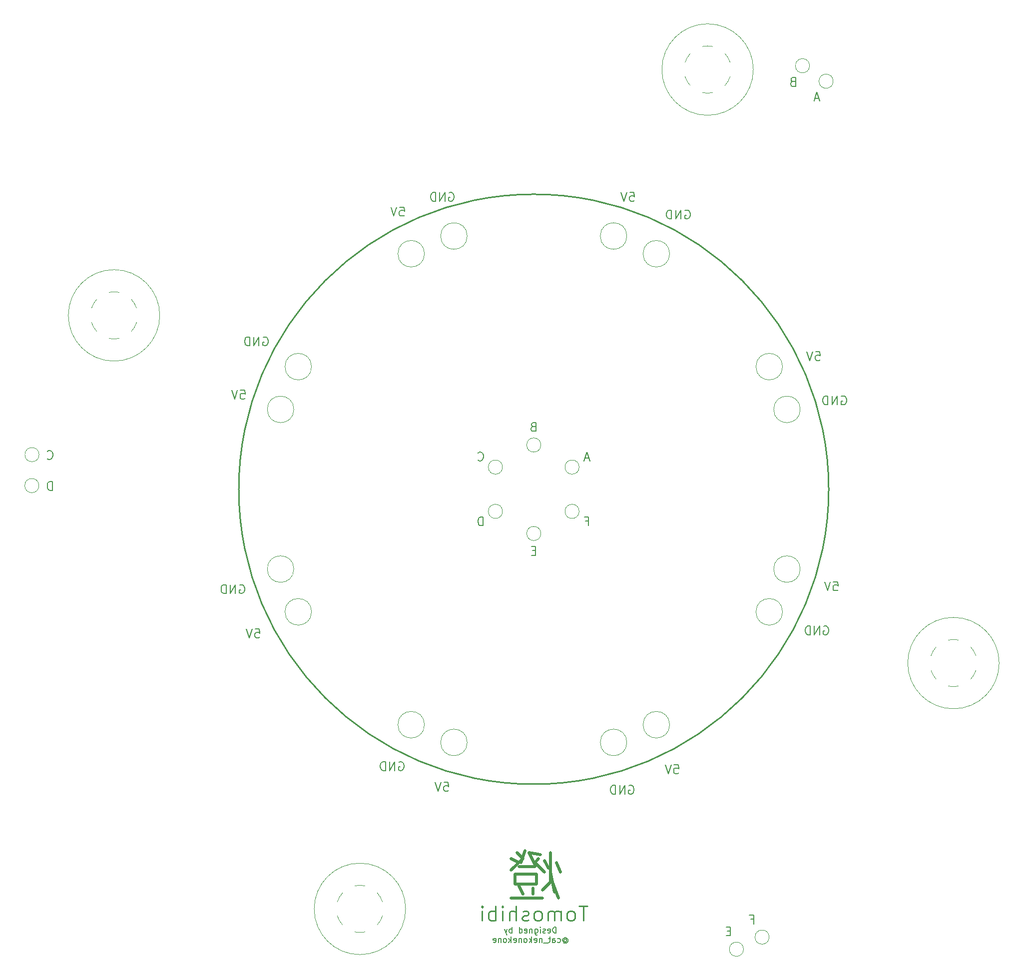
<source format=gbr>
%TF.GenerationSoftware,KiCad,Pcbnew,7.0.11*%
%TF.CreationDate,2025-04-08T01:22:05+09:00*%
%TF.ProjectId,Panel,50616e65-6c2e-46b6-9963-61645f706362,rev?*%
%TF.SameCoordinates,Original*%
%TF.FileFunction,Legend,Bot*%
%TF.FilePolarity,Positive*%
%FSLAX46Y46*%
G04 Gerber Fmt 4.6, Leading zero omitted, Abs format (unit mm)*
G04 Created by KiCad (PCBNEW 7.0.11) date 2025-04-08 01:22:05*
%MOMM*%
%LPD*%
G01*
G04 APERTURE LIST*
%ADD10C,0.200000*%
%ADD11C,0.250000*%
%ADD12C,0.270000*%
%ADD13C,0.470000*%
%ADD14C,0.130000*%
%ADD15C,0.120000*%
%ADD16C,0.100000*%
%ADD17C,4.000000*%
%ADD18C,2.000000*%
G04 APERTURE END LIST*
D10*
X114785713Y-154683528D02*
X115499999Y-154683528D01*
X115499999Y-154683528D02*
X115571427Y-155397814D01*
X115571427Y-155397814D02*
X115499999Y-155326385D01*
X115499999Y-155326385D02*
X115357142Y-155254957D01*
X115357142Y-155254957D02*
X114999999Y-155254957D01*
X114999999Y-155254957D02*
X114857142Y-155326385D01*
X114857142Y-155326385D02*
X114785713Y-155397814D01*
X114785713Y-155397814D02*
X114714284Y-155540671D01*
X114714284Y-155540671D02*
X114714284Y-155897814D01*
X114714284Y-155897814D02*
X114785713Y-156040671D01*
X114785713Y-156040671D02*
X114857142Y-156112100D01*
X114857142Y-156112100D02*
X114999999Y-156183528D01*
X114999999Y-156183528D02*
X115357142Y-156183528D01*
X115357142Y-156183528D02*
X115499999Y-156112100D01*
X115499999Y-156112100D02*
X115571427Y-156040671D01*
X114285713Y-154683528D02*
X113785713Y-156183528D01*
X113785713Y-156183528D02*
X113285713Y-154683528D01*
X107142856Y-151254957D02*
X107285714Y-151183528D01*
X107285714Y-151183528D02*
X107499999Y-151183528D01*
X107499999Y-151183528D02*
X107714285Y-151254957D01*
X107714285Y-151254957D02*
X107857142Y-151397814D01*
X107857142Y-151397814D02*
X107928571Y-151540671D01*
X107928571Y-151540671D02*
X107999999Y-151826385D01*
X107999999Y-151826385D02*
X107999999Y-152040671D01*
X107999999Y-152040671D02*
X107928571Y-152326385D01*
X107928571Y-152326385D02*
X107857142Y-152469242D01*
X107857142Y-152469242D02*
X107714285Y-152612100D01*
X107714285Y-152612100D02*
X107499999Y-152683528D01*
X107499999Y-152683528D02*
X107357142Y-152683528D01*
X107357142Y-152683528D02*
X107142856Y-152612100D01*
X107142856Y-152612100D02*
X107071428Y-152540671D01*
X107071428Y-152540671D02*
X107071428Y-152040671D01*
X107071428Y-152040671D02*
X107357142Y-152040671D01*
X106428571Y-152683528D02*
X106428571Y-151183528D01*
X106428571Y-151183528D02*
X105571428Y-152683528D01*
X105571428Y-152683528D02*
X105571428Y-151183528D01*
X104857142Y-152683528D02*
X104857142Y-151183528D01*
X104857142Y-151183528D02*
X104499999Y-151183528D01*
X104499999Y-151183528D02*
X104285713Y-151254957D01*
X104285713Y-151254957D02*
X104142856Y-151397814D01*
X104142856Y-151397814D02*
X104071427Y-151540671D01*
X104071427Y-151540671D02*
X103999999Y-151826385D01*
X103999999Y-151826385D02*
X103999999Y-152040671D01*
X103999999Y-152040671D02*
X104071427Y-152326385D01*
X104071427Y-152326385D02*
X104142856Y-152469242D01*
X104142856Y-152469242D02*
X104285713Y-152612100D01*
X104285713Y-152612100D02*
X104499999Y-152683528D01*
X104499999Y-152683528D02*
X104857142Y-152683528D01*
X82785713Y-128683528D02*
X83499999Y-128683528D01*
X83499999Y-128683528D02*
X83571427Y-129397814D01*
X83571427Y-129397814D02*
X83499999Y-129326385D01*
X83499999Y-129326385D02*
X83357142Y-129254957D01*
X83357142Y-129254957D02*
X82999999Y-129254957D01*
X82999999Y-129254957D02*
X82857142Y-129326385D01*
X82857142Y-129326385D02*
X82785713Y-129397814D01*
X82785713Y-129397814D02*
X82714284Y-129540671D01*
X82714284Y-129540671D02*
X82714284Y-129897814D01*
X82714284Y-129897814D02*
X82785713Y-130040671D01*
X82785713Y-130040671D02*
X82857142Y-130112100D01*
X82857142Y-130112100D02*
X82999999Y-130183528D01*
X82999999Y-130183528D02*
X83357142Y-130183528D01*
X83357142Y-130183528D02*
X83499999Y-130112100D01*
X83499999Y-130112100D02*
X83571427Y-130040671D01*
X82285713Y-128683528D02*
X81785713Y-130183528D01*
X81785713Y-130183528D02*
X81285713Y-128683528D01*
X80142856Y-121254957D02*
X80285714Y-121183528D01*
X80285714Y-121183528D02*
X80499999Y-121183528D01*
X80499999Y-121183528D02*
X80714285Y-121254957D01*
X80714285Y-121254957D02*
X80857142Y-121397814D01*
X80857142Y-121397814D02*
X80928571Y-121540671D01*
X80928571Y-121540671D02*
X80999999Y-121826385D01*
X80999999Y-121826385D02*
X80999999Y-122040671D01*
X80999999Y-122040671D02*
X80928571Y-122326385D01*
X80928571Y-122326385D02*
X80857142Y-122469242D01*
X80857142Y-122469242D02*
X80714285Y-122612100D01*
X80714285Y-122612100D02*
X80499999Y-122683528D01*
X80499999Y-122683528D02*
X80357142Y-122683528D01*
X80357142Y-122683528D02*
X80142856Y-122612100D01*
X80142856Y-122612100D02*
X80071428Y-122540671D01*
X80071428Y-122540671D02*
X80071428Y-122040671D01*
X80071428Y-122040671D02*
X80357142Y-122040671D01*
X79428571Y-122683528D02*
X79428571Y-121183528D01*
X79428571Y-121183528D02*
X78571428Y-122683528D01*
X78571428Y-122683528D02*
X78571428Y-121183528D01*
X77857142Y-122683528D02*
X77857142Y-121183528D01*
X77857142Y-121183528D02*
X77499999Y-121183528D01*
X77499999Y-121183528D02*
X77285713Y-121254957D01*
X77285713Y-121254957D02*
X77142856Y-121397814D01*
X77142856Y-121397814D02*
X77071427Y-121540671D01*
X77071427Y-121540671D02*
X76999999Y-121826385D01*
X76999999Y-121826385D02*
X76999999Y-122040671D01*
X76999999Y-122040671D02*
X77071427Y-122326385D01*
X77071427Y-122326385D02*
X77142856Y-122469242D01*
X77142856Y-122469242D02*
X77285713Y-122612100D01*
X77285713Y-122612100D02*
X77499999Y-122683528D01*
X77499999Y-122683528D02*
X77857142Y-122683528D01*
X153785713Y-151683528D02*
X154499999Y-151683528D01*
X154499999Y-151683528D02*
X154571427Y-152397814D01*
X154571427Y-152397814D02*
X154499999Y-152326385D01*
X154499999Y-152326385D02*
X154357142Y-152254957D01*
X154357142Y-152254957D02*
X153999999Y-152254957D01*
X153999999Y-152254957D02*
X153857142Y-152326385D01*
X153857142Y-152326385D02*
X153785713Y-152397814D01*
X153785713Y-152397814D02*
X153714284Y-152540671D01*
X153714284Y-152540671D02*
X153714284Y-152897814D01*
X153714284Y-152897814D02*
X153785713Y-153040671D01*
X153785713Y-153040671D02*
X153857142Y-153112100D01*
X153857142Y-153112100D02*
X153999999Y-153183528D01*
X153999999Y-153183528D02*
X154357142Y-153183528D01*
X154357142Y-153183528D02*
X154499999Y-153112100D01*
X154499999Y-153112100D02*
X154571427Y-153040671D01*
X153285713Y-151683528D02*
X152785713Y-153183528D01*
X152785713Y-153183528D02*
X152285713Y-151683528D01*
X146142856Y-155254957D02*
X146285714Y-155183528D01*
X146285714Y-155183528D02*
X146499999Y-155183528D01*
X146499999Y-155183528D02*
X146714285Y-155254957D01*
X146714285Y-155254957D02*
X146857142Y-155397814D01*
X146857142Y-155397814D02*
X146928571Y-155540671D01*
X146928571Y-155540671D02*
X146999999Y-155826385D01*
X146999999Y-155826385D02*
X146999999Y-156040671D01*
X146999999Y-156040671D02*
X146928571Y-156326385D01*
X146928571Y-156326385D02*
X146857142Y-156469242D01*
X146857142Y-156469242D02*
X146714285Y-156612100D01*
X146714285Y-156612100D02*
X146499999Y-156683528D01*
X146499999Y-156683528D02*
X146357142Y-156683528D01*
X146357142Y-156683528D02*
X146142856Y-156612100D01*
X146142856Y-156612100D02*
X146071428Y-156540671D01*
X146071428Y-156540671D02*
X146071428Y-156040671D01*
X146071428Y-156040671D02*
X146357142Y-156040671D01*
X145428571Y-156683528D02*
X145428571Y-155183528D01*
X145428571Y-155183528D02*
X144571428Y-156683528D01*
X144571428Y-156683528D02*
X144571428Y-155183528D01*
X143857142Y-156683528D02*
X143857142Y-155183528D01*
X143857142Y-155183528D02*
X143499999Y-155183528D01*
X143499999Y-155183528D02*
X143285713Y-155254957D01*
X143285713Y-155254957D02*
X143142856Y-155397814D01*
X143142856Y-155397814D02*
X143071427Y-155540671D01*
X143071427Y-155540671D02*
X142999999Y-155826385D01*
X142999999Y-155826385D02*
X142999999Y-156040671D01*
X142999999Y-156040671D02*
X143071427Y-156326385D01*
X143071427Y-156326385D02*
X143142856Y-156469242D01*
X143142856Y-156469242D02*
X143285713Y-156612100D01*
X143285713Y-156612100D02*
X143499999Y-156683528D01*
X143499999Y-156683528D02*
X143857142Y-156683528D01*
X180785713Y-120683528D02*
X181499999Y-120683528D01*
X181499999Y-120683528D02*
X181571427Y-121397814D01*
X181571427Y-121397814D02*
X181499999Y-121326385D01*
X181499999Y-121326385D02*
X181357142Y-121254957D01*
X181357142Y-121254957D02*
X180999999Y-121254957D01*
X180999999Y-121254957D02*
X180857142Y-121326385D01*
X180857142Y-121326385D02*
X180785713Y-121397814D01*
X180785713Y-121397814D02*
X180714284Y-121540671D01*
X180714284Y-121540671D02*
X180714284Y-121897814D01*
X180714284Y-121897814D02*
X180785713Y-122040671D01*
X180785713Y-122040671D02*
X180857142Y-122112100D01*
X180857142Y-122112100D02*
X180999999Y-122183528D01*
X180999999Y-122183528D02*
X181357142Y-122183528D01*
X181357142Y-122183528D02*
X181499999Y-122112100D01*
X181499999Y-122112100D02*
X181571427Y-122040671D01*
X180285713Y-120683528D02*
X179785713Y-122183528D01*
X179785713Y-122183528D02*
X179285713Y-120683528D01*
X179142856Y-128254957D02*
X179285714Y-128183528D01*
X179285714Y-128183528D02*
X179499999Y-128183528D01*
X179499999Y-128183528D02*
X179714285Y-128254957D01*
X179714285Y-128254957D02*
X179857142Y-128397814D01*
X179857142Y-128397814D02*
X179928571Y-128540671D01*
X179928571Y-128540671D02*
X179999999Y-128826385D01*
X179999999Y-128826385D02*
X179999999Y-129040671D01*
X179999999Y-129040671D02*
X179928571Y-129326385D01*
X179928571Y-129326385D02*
X179857142Y-129469242D01*
X179857142Y-129469242D02*
X179714285Y-129612100D01*
X179714285Y-129612100D02*
X179499999Y-129683528D01*
X179499999Y-129683528D02*
X179357142Y-129683528D01*
X179357142Y-129683528D02*
X179142856Y-129612100D01*
X179142856Y-129612100D02*
X179071428Y-129540671D01*
X179071428Y-129540671D02*
X179071428Y-129040671D01*
X179071428Y-129040671D02*
X179357142Y-129040671D01*
X178428571Y-129683528D02*
X178428571Y-128183528D01*
X178428571Y-128183528D02*
X177571428Y-129683528D01*
X177571428Y-129683528D02*
X177571428Y-128183528D01*
X176857142Y-129683528D02*
X176857142Y-128183528D01*
X176857142Y-128183528D02*
X176499999Y-128183528D01*
X176499999Y-128183528D02*
X176285713Y-128254957D01*
X176285713Y-128254957D02*
X176142856Y-128397814D01*
X176142856Y-128397814D02*
X176071427Y-128540671D01*
X176071427Y-128540671D02*
X175999999Y-128826385D01*
X175999999Y-128826385D02*
X175999999Y-129040671D01*
X175999999Y-129040671D02*
X176071427Y-129326385D01*
X176071427Y-129326385D02*
X176142856Y-129469242D01*
X176142856Y-129469242D02*
X176285713Y-129612100D01*
X176285713Y-129612100D02*
X176499999Y-129683528D01*
X176499999Y-129683528D02*
X176857142Y-129683528D01*
X146285713Y-54683528D02*
X146999999Y-54683528D01*
X146999999Y-54683528D02*
X147071427Y-55397814D01*
X147071427Y-55397814D02*
X146999999Y-55326385D01*
X146999999Y-55326385D02*
X146857142Y-55254957D01*
X146857142Y-55254957D02*
X146499999Y-55254957D01*
X146499999Y-55254957D02*
X146357142Y-55326385D01*
X146357142Y-55326385D02*
X146285713Y-55397814D01*
X146285713Y-55397814D02*
X146214284Y-55540671D01*
X146214284Y-55540671D02*
X146214284Y-55897814D01*
X146214284Y-55897814D02*
X146285713Y-56040671D01*
X146285713Y-56040671D02*
X146357142Y-56112100D01*
X146357142Y-56112100D02*
X146499999Y-56183528D01*
X146499999Y-56183528D02*
X146857142Y-56183528D01*
X146857142Y-56183528D02*
X146999999Y-56112100D01*
X146999999Y-56112100D02*
X147071427Y-56040671D01*
X145785713Y-54683528D02*
X145285713Y-56183528D01*
X145285713Y-56183528D02*
X144785713Y-54683528D01*
X155642856Y-57754957D02*
X155785714Y-57683528D01*
X155785714Y-57683528D02*
X155999999Y-57683528D01*
X155999999Y-57683528D02*
X156214285Y-57754957D01*
X156214285Y-57754957D02*
X156357142Y-57897814D01*
X156357142Y-57897814D02*
X156428571Y-58040671D01*
X156428571Y-58040671D02*
X156499999Y-58326385D01*
X156499999Y-58326385D02*
X156499999Y-58540671D01*
X156499999Y-58540671D02*
X156428571Y-58826385D01*
X156428571Y-58826385D02*
X156357142Y-58969242D01*
X156357142Y-58969242D02*
X156214285Y-59112100D01*
X156214285Y-59112100D02*
X155999999Y-59183528D01*
X155999999Y-59183528D02*
X155857142Y-59183528D01*
X155857142Y-59183528D02*
X155642856Y-59112100D01*
X155642856Y-59112100D02*
X155571428Y-59040671D01*
X155571428Y-59040671D02*
X155571428Y-58540671D01*
X155571428Y-58540671D02*
X155857142Y-58540671D01*
X154928571Y-59183528D02*
X154928571Y-57683528D01*
X154928571Y-57683528D02*
X154071428Y-59183528D01*
X154071428Y-59183528D02*
X154071428Y-57683528D01*
X153357142Y-59183528D02*
X153357142Y-57683528D01*
X153357142Y-57683528D02*
X152999999Y-57683528D01*
X152999999Y-57683528D02*
X152785713Y-57754957D01*
X152785713Y-57754957D02*
X152642856Y-57897814D01*
X152642856Y-57897814D02*
X152571427Y-58040671D01*
X152571427Y-58040671D02*
X152499999Y-58326385D01*
X152499999Y-58326385D02*
X152499999Y-58540671D01*
X152499999Y-58540671D02*
X152571427Y-58826385D01*
X152571427Y-58826385D02*
X152642856Y-58969242D01*
X152642856Y-58969242D02*
X152785713Y-59112100D01*
X152785713Y-59112100D02*
X152999999Y-59183528D01*
X152999999Y-59183528D02*
X153357142Y-59183528D01*
X107285713Y-57183528D02*
X107999999Y-57183528D01*
X107999999Y-57183528D02*
X108071427Y-57897814D01*
X108071427Y-57897814D02*
X107999999Y-57826385D01*
X107999999Y-57826385D02*
X107857142Y-57754957D01*
X107857142Y-57754957D02*
X107499999Y-57754957D01*
X107499999Y-57754957D02*
X107357142Y-57826385D01*
X107357142Y-57826385D02*
X107285713Y-57897814D01*
X107285713Y-57897814D02*
X107214284Y-58040671D01*
X107214284Y-58040671D02*
X107214284Y-58397814D01*
X107214284Y-58397814D02*
X107285713Y-58540671D01*
X107285713Y-58540671D02*
X107357142Y-58612100D01*
X107357142Y-58612100D02*
X107499999Y-58683528D01*
X107499999Y-58683528D02*
X107857142Y-58683528D01*
X107857142Y-58683528D02*
X107999999Y-58612100D01*
X107999999Y-58612100D02*
X108071427Y-58540671D01*
X106785713Y-57183528D02*
X106285713Y-58683528D01*
X106285713Y-58683528D02*
X105785713Y-57183528D01*
X115642856Y-54754957D02*
X115785714Y-54683528D01*
X115785714Y-54683528D02*
X115999999Y-54683528D01*
X115999999Y-54683528D02*
X116214285Y-54754957D01*
X116214285Y-54754957D02*
X116357142Y-54897814D01*
X116357142Y-54897814D02*
X116428571Y-55040671D01*
X116428571Y-55040671D02*
X116499999Y-55326385D01*
X116499999Y-55326385D02*
X116499999Y-55540671D01*
X116499999Y-55540671D02*
X116428571Y-55826385D01*
X116428571Y-55826385D02*
X116357142Y-55969242D01*
X116357142Y-55969242D02*
X116214285Y-56112100D01*
X116214285Y-56112100D02*
X115999999Y-56183528D01*
X115999999Y-56183528D02*
X115857142Y-56183528D01*
X115857142Y-56183528D02*
X115642856Y-56112100D01*
X115642856Y-56112100D02*
X115571428Y-56040671D01*
X115571428Y-56040671D02*
X115571428Y-55540671D01*
X115571428Y-55540671D02*
X115857142Y-55540671D01*
X114928571Y-56183528D02*
X114928571Y-54683528D01*
X114928571Y-54683528D02*
X114071428Y-56183528D01*
X114071428Y-56183528D02*
X114071428Y-54683528D01*
X113357142Y-56183528D02*
X113357142Y-54683528D01*
X113357142Y-54683528D02*
X112999999Y-54683528D01*
X112999999Y-54683528D02*
X112785713Y-54754957D01*
X112785713Y-54754957D02*
X112642856Y-54897814D01*
X112642856Y-54897814D02*
X112571427Y-55040671D01*
X112571427Y-55040671D02*
X112499999Y-55326385D01*
X112499999Y-55326385D02*
X112499999Y-55540671D01*
X112499999Y-55540671D02*
X112571427Y-55826385D01*
X112571427Y-55826385D02*
X112642856Y-55969242D01*
X112642856Y-55969242D02*
X112785713Y-56112100D01*
X112785713Y-56112100D02*
X112999999Y-56183528D01*
X112999999Y-56183528D02*
X113357142Y-56183528D01*
X80285713Y-88183528D02*
X80999999Y-88183528D01*
X80999999Y-88183528D02*
X81071427Y-88897814D01*
X81071427Y-88897814D02*
X80999999Y-88826385D01*
X80999999Y-88826385D02*
X80857142Y-88754957D01*
X80857142Y-88754957D02*
X80499999Y-88754957D01*
X80499999Y-88754957D02*
X80357142Y-88826385D01*
X80357142Y-88826385D02*
X80285713Y-88897814D01*
X80285713Y-88897814D02*
X80214284Y-89040671D01*
X80214284Y-89040671D02*
X80214284Y-89397814D01*
X80214284Y-89397814D02*
X80285713Y-89540671D01*
X80285713Y-89540671D02*
X80357142Y-89612100D01*
X80357142Y-89612100D02*
X80499999Y-89683528D01*
X80499999Y-89683528D02*
X80857142Y-89683528D01*
X80857142Y-89683528D02*
X80999999Y-89612100D01*
X80999999Y-89612100D02*
X81071427Y-89540671D01*
X79785713Y-88183528D02*
X79285713Y-89683528D01*
X79285713Y-89683528D02*
X78785713Y-88183528D01*
X84142856Y-79254957D02*
X84285714Y-79183528D01*
X84285714Y-79183528D02*
X84499999Y-79183528D01*
X84499999Y-79183528D02*
X84714285Y-79254957D01*
X84714285Y-79254957D02*
X84857142Y-79397814D01*
X84857142Y-79397814D02*
X84928571Y-79540671D01*
X84928571Y-79540671D02*
X84999999Y-79826385D01*
X84999999Y-79826385D02*
X84999999Y-80040671D01*
X84999999Y-80040671D02*
X84928571Y-80326385D01*
X84928571Y-80326385D02*
X84857142Y-80469242D01*
X84857142Y-80469242D02*
X84714285Y-80612100D01*
X84714285Y-80612100D02*
X84499999Y-80683528D01*
X84499999Y-80683528D02*
X84357142Y-80683528D01*
X84357142Y-80683528D02*
X84142856Y-80612100D01*
X84142856Y-80612100D02*
X84071428Y-80540671D01*
X84071428Y-80540671D02*
X84071428Y-80040671D01*
X84071428Y-80040671D02*
X84357142Y-80040671D01*
X83428571Y-80683528D02*
X83428571Y-79183528D01*
X83428571Y-79183528D02*
X82571428Y-80683528D01*
X82571428Y-80683528D02*
X82571428Y-79183528D01*
X81857142Y-80683528D02*
X81857142Y-79183528D01*
X81857142Y-79183528D02*
X81499999Y-79183528D01*
X81499999Y-79183528D02*
X81285713Y-79254957D01*
X81285713Y-79254957D02*
X81142856Y-79397814D01*
X81142856Y-79397814D02*
X81071427Y-79540671D01*
X81071427Y-79540671D02*
X80999999Y-79826385D01*
X80999999Y-79826385D02*
X80999999Y-80040671D01*
X80999999Y-80040671D02*
X81071427Y-80326385D01*
X81071427Y-80326385D02*
X81142856Y-80469242D01*
X81142856Y-80469242D02*
X81285713Y-80612100D01*
X81285713Y-80612100D02*
X81499999Y-80683528D01*
X81499999Y-80683528D02*
X81857142Y-80683528D01*
D11*
X180000000Y-105000000D02*
G75*
G03*
X80000000Y-105000000I-50000000J0D01*
G01*
X80000000Y-105000000D02*
G75*
G03*
X180000000Y-105000000I50000000J0D01*
G01*
D10*
X177785713Y-81683528D02*
X178499999Y-81683528D01*
X178499999Y-81683528D02*
X178571427Y-82397814D01*
X178571427Y-82397814D02*
X178499999Y-82326385D01*
X178499999Y-82326385D02*
X178357142Y-82254957D01*
X178357142Y-82254957D02*
X177999999Y-82254957D01*
X177999999Y-82254957D02*
X177857142Y-82326385D01*
X177857142Y-82326385D02*
X177785713Y-82397814D01*
X177785713Y-82397814D02*
X177714284Y-82540671D01*
X177714284Y-82540671D02*
X177714284Y-82897814D01*
X177714284Y-82897814D02*
X177785713Y-83040671D01*
X177785713Y-83040671D02*
X177857142Y-83112100D01*
X177857142Y-83112100D02*
X177999999Y-83183528D01*
X177999999Y-83183528D02*
X178357142Y-83183528D01*
X178357142Y-83183528D02*
X178499999Y-83112100D01*
X178499999Y-83112100D02*
X178571427Y-83040671D01*
X177285713Y-81683528D02*
X176785713Y-83183528D01*
X176785713Y-83183528D02*
X176285713Y-81683528D01*
X47535714Y-99790671D02*
X47607142Y-99862100D01*
X47607142Y-99862100D02*
X47821428Y-99933528D01*
X47821428Y-99933528D02*
X47964285Y-99933528D01*
X47964285Y-99933528D02*
X48178571Y-99862100D01*
X48178571Y-99862100D02*
X48321428Y-99719242D01*
X48321428Y-99719242D02*
X48392857Y-99576385D01*
X48392857Y-99576385D02*
X48464285Y-99290671D01*
X48464285Y-99290671D02*
X48464285Y-99076385D01*
X48464285Y-99076385D02*
X48392857Y-98790671D01*
X48392857Y-98790671D02*
X48321428Y-98647814D01*
X48321428Y-98647814D02*
X48178571Y-98504957D01*
X48178571Y-98504957D02*
X47964285Y-98433528D01*
X47964285Y-98433528D02*
X47821428Y-98433528D01*
X47821428Y-98433528D02*
X47607142Y-98504957D01*
X47607142Y-98504957D02*
X47535714Y-98576385D01*
X182142856Y-89254957D02*
X182285714Y-89183528D01*
X182285714Y-89183528D02*
X182499999Y-89183528D01*
X182499999Y-89183528D02*
X182714285Y-89254957D01*
X182714285Y-89254957D02*
X182857142Y-89397814D01*
X182857142Y-89397814D02*
X182928571Y-89540671D01*
X182928571Y-89540671D02*
X182999999Y-89826385D01*
X182999999Y-89826385D02*
X182999999Y-90040671D01*
X182999999Y-90040671D02*
X182928571Y-90326385D01*
X182928571Y-90326385D02*
X182857142Y-90469242D01*
X182857142Y-90469242D02*
X182714285Y-90612100D01*
X182714285Y-90612100D02*
X182499999Y-90683528D01*
X182499999Y-90683528D02*
X182357142Y-90683528D01*
X182357142Y-90683528D02*
X182142856Y-90612100D01*
X182142856Y-90612100D02*
X182071428Y-90540671D01*
X182071428Y-90540671D02*
X182071428Y-90040671D01*
X182071428Y-90040671D02*
X182357142Y-90040671D01*
X181428571Y-90683528D02*
X181428571Y-89183528D01*
X181428571Y-89183528D02*
X180571428Y-90683528D01*
X180571428Y-90683528D02*
X180571428Y-89183528D01*
X179857142Y-90683528D02*
X179857142Y-89183528D01*
X179857142Y-89183528D02*
X179499999Y-89183528D01*
X179499999Y-89183528D02*
X179285713Y-89254957D01*
X179285713Y-89254957D02*
X179142856Y-89397814D01*
X179142856Y-89397814D02*
X179071427Y-89540671D01*
X179071427Y-89540671D02*
X178999999Y-89826385D01*
X178999999Y-89826385D02*
X178999999Y-90040671D01*
X178999999Y-90040671D02*
X179071427Y-90326385D01*
X179071427Y-90326385D02*
X179142856Y-90469242D01*
X179142856Y-90469242D02*
X179285713Y-90612100D01*
X179285713Y-90612100D02*
X179499999Y-90683528D01*
X179499999Y-90683528D02*
X179857142Y-90683528D01*
D12*
X139107142Y-175642507D02*
X137678571Y-175642507D01*
X138392857Y-178142507D02*
X138392857Y-175642507D01*
X136488095Y-178142507D02*
X136726190Y-178023460D01*
X136726190Y-178023460D02*
X136845237Y-177904412D01*
X136845237Y-177904412D02*
X136964285Y-177666317D01*
X136964285Y-177666317D02*
X136964285Y-176952031D01*
X136964285Y-176952031D02*
X136845237Y-176713936D01*
X136845237Y-176713936D02*
X136726190Y-176594888D01*
X136726190Y-176594888D02*
X136488095Y-176475840D01*
X136488095Y-176475840D02*
X136130952Y-176475840D01*
X136130952Y-176475840D02*
X135892856Y-176594888D01*
X135892856Y-176594888D02*
X135773809Y-176713936D01*
X135773809Y-176713936D02*
X135654761Y-176952031D01*
X135654761Y-176952031D02*
X135654761Y-177666317D01*
X135654761Y-177666317D02*
X135773809Y-177904412D01*
X135773809Y-177904412D02*
X135892856Y-178023460D01*
X135892856Y-178023460D02*
X136130952Y-178142507D01*
X136130952Y-178142507D02*
X136488095Y-178142507D01*
X134583332Y-178142507D02*
X134583332Y-176475840D01*
X134583332Y-176713936D02*
X134464285Y-176594888D01*
X134464285Y-176594888D02*
X134226190Y-176475840D01*
X134226190Y-176475840D02*
X133869047Y-176475840D01*
X133869047Y-176475840D02*
X133630951Y-176594888D01*
X133630951Y-176594888D02*
X133511904Y-176832983D01*
X133511904Y-176832983D02*
X133511904Y-178142507D01*
X133511904Y-176832983D02*
X133392856Y-176594888D01*
X133392856Y-176594888D02*
X133154761Y-176475840D01*
X133154761Y-176475840D02*
X132797618Y-176475840D01*
X132797618Y-176475840D02*
X132559523Y-176594888D01*
X132559523Y-176594888D02*
X132440475Y-176832983D01*
X132440475Y-176832983D02*
X132440475Y-178142507D01*
X130892857Y-178142507D02*
X131130952Y-178023460D01*
X131130952Y-178023460D02*
X131249999Y-177904412D01*
X131249999Y-177904412D02*
X131369047Y-177666317D01*
X131369047Y-177666317D02*
X131369047Y-176952031D01*
X131369047Y-176952031D02*
X131249999Y-176713936D01*
X131249999Y-176713936D02*
X131130952Y-176594888D01*
X131130952Y-176594888D02*
X130892857Y-176475840D01*
X130892857Y-176475840D02*
X130535714Y-176475840D01*
X130535714Y-176475840D02*
X130297618Y-176594888D01*
X130297618Y-176594888D02*
X130178571Y-176713936D01*
X130178571Y-176713936D02*
X130059523Y-176952031D01*
X130059523Y-176952031D02*
X130059523Y-177666317D01*
X130059523Y-177666317D02*
X130178571Y-177904412D01*
X130178571Y-177904412D02*
X130297618Y-178023460D01*
X130297618Y-178023460D02*
X130535714Y-178142507D01*
X130535714Y-178142507D02*
X130892857Y-178142507D01*
X129107142Y-178023460D02*
X128869047Y-178142507D01*
X128869047Y-178142507D02*
X128392856Y-178142507D01*
X128392856Y-178142507D02*
X128154761Y-178023460D01*
X128154761Y-178023460D02*
X128035713Y-177785364D01*
X128035713Y-177785364D02*
X128035713Y-177666317D01*
X128035713Y-177666317D02*
X128154761Y-177428221D01*
X128154761Y-177428221D02*
X128392856Y-177309174D01*
X128392856Y-177309174D02*
X128749999Y-177309174D01*
X128749999Y-177309174D02*
X128988094Y-177190126D01*
X128988094Y-177190126D02*
X129107142Y-176952031D01*
X129107142Y-176952031D02*
X129107142Y-176832983D01*
X129107142Y-176832983D02*
X128988094Y-176594888D01*
X128988094Y-176594888D02*
X128749999Y-176475840D01*
X128749999Y-176475840D02*
X128392856Y-176475840D01*
X128392856Y-176475840D02*
X128154761Y-176594888D01*
X126964284Y-178142507D02*
X126964284Y-175642507D01*
X125892856Y-178142507D02*
X125892856Y-176832983D01*
X125892856Y-176832983D02*
X126011903Y-176594888D01*
X126011903Y-176594888D02*
X126249999Y-176475840D01*
X126249999Y-176475840D02*
X126607142Y-176475840D01*
X126607142Y-176475840D02*
X126845237Y-176594888D01*
X126845237Y-176594888D02*
X126964284Y-176713936D01*
X124702379Y-178142507D02*
X124702379Y-176475840D01*
X124702379Y-175642507D02*
X124821427Y-175761555D01*
X124821427Y-175761555D02*
X124702379Y-175880602D01*
X124702379Y-175880602D02*
X124583332Y-175761555D01*
X124583332Y-175761555D02*
X124702379Y-175642507D01*
X124702379Y-175642507D02*
X124702379Y-175880602D01*
X123511903Y-178142507D02*
X123511903Y-175642507D01*
X123511903Y-176594888D02*
X123273808Y-176475840D01*
X123273808Y-176475840D02*
X122797618Y-176475840D01*
X122797618Y-176475840D02*
X122559522Y-176594888D01*
X122559522Y-176594888D02*
X122440475Y-176713936D01*
X122440475Y-176713936D02*
X122321427Y-176952031D01*
X122321427Y-176952031D02*
X122321427Y-177666317D01*
X122321427Y-177666317D02*
X122440475Y-177904412D01*
X122440475Y-177904412D02*
X122559522Y-178023460D01*
X122559522Y-178023460D02*
X122797618Y-178142507D01*
X122797618Y-178142507D02*
X123273808Y-178142507D01*
X123273808Y-178142507D02*
X123511903Y-178023460D01*
X121249998Y-178142507D02*
X121249998Y-176475840D01*
X121249998Y-175642507D02*
X121369046Y-175761555D01*
X121369046Y-175761555D02*
X121249998Y-175880602D01*
X121249998Y-175880602D02*
X121130951Y-175761555D01*
X121130951Y-175761555D02*
X121249998Y-175642507D01*
X121249998Y-175642507D02*
X121249998Y-175880602D01*
D13*
X130166666Y-168930561D02*
X127499999Y-168930561D01*
X130499999Y-171930561D02*
X126833332Y-171930561D01*
X131499999Y-174263894D02*
X126166666Y-174263894D01*
X130499999Y-170263894D02*
X130499999Y-171930561D01*
X130499999Y-170263894D02*
X126833332Y-170263894D01*
X126833332Y-170263894D02*
X126833332Y-171930561D01*
X132833332Y-166597227D02*
X132833332Y-171597227D01*
X132833332Y-171597227D02*
X131499999Y-172930561D01*
X128166666Y-167597227D02*
X126166666Y-169597227D01*
X126166666Y-167597227D02*
X127499999Y-168263894D01*
X130833332Y-167597227D02*
X130166666Y-168263894D01*
X130166666Y-168263894D02*
X131833332Y-169930561D01*
X127166666Y-166597227D02*
X128166666Y-167597227D01*
X129833332Y-172597227D02*
X129833332Y-173597227D01*
X128499999Y-166263894D02*
X127833332Y-168263894D01*
X127499999Y-172263894D02*
X128166666Y-173597227D01*
X131833332Y-167930561D02*
X132499999Y-169263894D01*
X133166666Y-171597227D02*
X134166666Y-174263894D01*
X131166666Y-166930561D02*
X129166666Y-166597227D01*
X129166666Y-166597227D02*
X130166666Y-168597227D01*
X133833332Y-168263894D02*
X134499999Y-169930561D01*
X132833332Y-169930561D02*
X133499999Y-173263894D01*
D10*
X48392857Y-105183528D02*
X48392857Y-103683528D01*
X48392857Y-103683528D02*
X48035714Y-103683528D01*
X48035714Y-103683528D02*
X47821428Y-103754957D01*
X47821428Y-103754957D02*
X47678571Y-103897814D01*
X47678571Y-103897814D02*
X47607142Y-104040671D01*
X47607142Y-104040671D02*
X47535714Y-104326385D01*
X47535714Y-104326385D02*
X47535714Y-104540671D01*
X47535714Y-104540671D02*
X47607142Y-104826385D01*
X47607142Y-104826385D02*
X47678571Y-104969242D01*
X47678571Y-104969242D02*
X47821428Y-105112100D01*
X47821428Y-105112100D02*
X48035714Y-105183528D01*
X48035714Y-105183528D02*
X48392857Y-105183528D01*
X166785714Y-177897814D02*
X167285714Y-177897814D01*
X167285714Y-178683528D02*
X167285714Y-177183528D01*
X167285714Y-177183528D02*
X166571428Y-177183528D01*
X173892857Y-35897814D02*
X173678571Y-35969242D01*
X173678571Y-35969242D02*
X173607142Y-36040671D01*
X173607142Y-36040671D02*
X173535714Y-36183528D01*
X173535714Y-36183528D02*
X173535714Y-36397814D01*
X173535714Y-36397814D02*
X173607142Y-36540671D01*
X173607142Y-36540671D02*
X173678571Y-36612100D01*
X173678571Y-36612100D02*
X173821428Y-36683528D01*
X173821428Y-36683528D02*
X174392857Y-36683528D01*
X174392857Y-36683528D02*
X174392857Y-35183528D01*
X174392857Y-35183528D02*
X173892857Y-35183528D01*
X173892857Y-35183528D02*
X173750000Y-35254957D01*
X173750000Y-35254957D02*
X173678571Y-35326385D01*
X173678571Y-35326385D02*
X173607142Y-35469242D01*
X173607142Y-35469242D02*
X173607142Y-35612100D01*
X173607142Y-35612100D02*
X173678571Y-35754957D01*
X173678571Y-35754957D02*
X173750000Y-35826385D01*
X173750000Y-35826385D02*
X173892857Y-35897814D01*
X173892857Y-35897814D02*
X174392857Y-35897814D01*
X130321428Y-115397814D02*
X129821428Y-115397814D01*
X129607142Y-116183528D02*
X130321428Y-116183528D01*
X130321428Y-116183528D02*
X130321428Y-114683528D01*
X130321428Y-114683528D02*
X129607142Y-114683528D01*
X163321428Y-179897814D02*
X162821428Y-179897814D01*
X162607142Y-180683528D02*
X163321428Y-180683528D01*
X163321428Y-180683528D02*
X163321428Y-179183528D01*
X163321428Y-179183528D02*
X162607142Y-179183528D01*
X129892857Y-94397814D02*
X129678571Y-94469242D01*
X129678571Y-94469242D02*
X129607142Y-94540671D01*
X129607142Y-94540671D02*
X129535714Y-94683528D01*
X129535714Y-94683528D02*
X129535714Y-94897814D01*
X129535714Y-94897814D02*
X129607142Y-95040671D01*
X129607142Y-95040671D02*
X129678571Y-95112100D01*
X129678571Y-95112100D02*
X129821428Y-95183528D01*
X129821428Y-95183528D02*
X130392857Y-95183528D01*
X130392857Y-95183528D02*
X130392857Y-93683528D01*
X130392857Y-93683528D02*
X129892857Y-93683528D01*
X129892857Y-93683528D02*
X129750000Y-93754957D01*
X129750000Y-93754957D02*
X129678571Y-93826385D01*
X129678571Y-93826385D02*
X129607142Y-93969242D01*
X129607142Y-93969242D02*
X129607142Y-94112100D01*
X129607142Y-94112100D02*
X129678571Y-94254957D01*
X129678571Y-94254957D02*
X129750000Y-94326385D01*
X129750000Y-94326385D02*
X129892857Y-94397814D01*
X129892857Y-94397814D02*
X130392857Y-94397814D01*
X139357142Y-99754957D02*
X138642857Y-99754957D01*
X139499999Y-100183528D02*
X138999999Y-98683528D01*
X138999999Y-98683528D02*
X138499999Y-100183528D01*
D14*
X133783333Y-180200859D02*
X133783333Y-179200859D01*
X133783333Y-179200859D02*
X133545238Y-179200859D01*
X133545238Y-179200859D02*
X133402381Y-179248478D01*
X133402381Y-179248478D02*
X133307143Y-179343716D01*
X133307143Y-179343716D02*
X133259524Y-179438954D01*
X133259524Y-179438954D02*
X133211905Y-179629430D01*
X133211905Y-179629430D02*
X133211905Y-179772287D01*
X133211905Y-179772287D02*
X133259524Y-179962763D01*
X133259524Y-179962763D02*
X133307143Y-180058001D01*
X133307143Y-180058001D02*
X133402381Y-180153240D01*
X133402381Y-180153240D02*
X133545238Y-180200859D01*
X133545238Y-180200859D02*
X133783333Y-180200859D01*
X132402381Y-180153240D02*
X132497619Y-180200859D01*
X132497619Y-180200859D02*
X132688095Y-180200859D01*
X132688095Y-180200859D02*
X132783333Y-180153240D01*
X132783333Y-180153240D02*
X132830952Y-180058001D01*
X132830952Y-180058001D02*
X132830952Y-179677049D01*
X132830952Y-179677049D02*
X132783333Y-179581811D01*
X132783333Y-179581811D02*
X132688095Y-179534192D01*
X132688095Y-179534192D02*
X132497619Y-179534192D01*
X132497619Y-179534192D02*
X132402381Y-179581811D01*
X132402381Y-179581811D02*
X132354762Y-179677049D01*
X132354762Y-179677049D02*
X132354762Y-179772287D01*
X132354762Y-179772287D02*
X132830952Y-179867525D01*
X131973809Y-180153240D02*
X131878571Y-180200859D01*
X131878571Y-180200859D02*
X131688095Y-180200859D01*
X131688095Y-180200859D02*
X131592857Y-180153240D01*
X131592857Y-180153240D02*
X131545238Y-180058001D01*
X131545238Y-180058001D02*
X131545238Y-180010382D01*
X131545238Y-180010382D02*
X131592857Y-179915144D01*
X131592857Y-179915144D02*
X131688095Y-179867525D01*
X131688095Y-179867525D02*
X131830952Y-179867525D01*
X131830952Y-179867525D02*
X131926190Y-179819906D01*
X131926190Y-179819906D02*
X131973809Y-179724668D01*
X131973809Y-179724668D02*
X131973809Y-179677049D01*
X131973809Y-179677049D02*
X131926190Y-179581811D01*
X131926190Y-179581811D02*
X131830952Y-179534192D01*
X131830952Y-179534192D02*
X131688095Y-179534192D01*
X131688095Y-179534192D02*
X131592857Y-179581811D01*
X131116666Y-180200859D02*
X131116666Y-179534192D01*
X131116666Y-179200859D02*
X131164285Y-179248478D01*
X131164285Y-179248478D02*
X131116666Y-179296097D01*
X131116666Y-179296097D02*
X131069047Y-179248478D01*
X131069047Y-179248478D02*
X131116666Y-179200859D01*
X131116666Y-179200859D02*
X131116666Y-179296097D01*
X130211905Y-179534192D02*
X130211905Y-180343716D01*
X130211905Y-180343716D02*
X130259524Y-180438954D01*
X130259524Y-180438954D02*
X130307143Y-180486573D01*
X130307143Y-180486573D02*
X130402381Y-180534192D01*
X130402381Y-180534192D02*
X130545238Y-180534192D01*
X130545238Y-180534192D02*
X130640476Y-180486573D01*
X130211905Y-180153240D02*
X130307143Y-180200859D01*
X130307143Y-180200859D02*
X130497619Y-180200859D01*
X130497619Y-180200859D02*
X130592857Y-180153240D01*
X130592857Y-180153240D02*
X130640476Y-180105620D01*
X130640476Y-180105620D02*
X130688095Y-180010382D01*
X130688095Y-180010382D02*
X130688095Y-179724668D01*
X130688095Y-179724668D02*
X130640476Y-179629430D01*
X130640476Y-179629430D02*
X130592857Y-179581811D01*
X130592857Y-179581811D02*
X130497619Y-179534192D01*
X130497619Y-179534192D02*
X130307143Y-179534192D01*
X130307143Y-179534192D02*
X130211905Y-179581811D01*
X129735714Y-179534192D02*
X129735714Y-180200859D01*
X129735714Y-179629430D02*
X129688095Y-179581811D01*
X129688095Y-179581811D02*
X129592857Y-179534192D01*
X129592857Y-179534192D02*
X129450000Y-179534192D01*
X129450000Y-179534192D02*
X129354762Y-179581811D01*
X129354762Y-179581811D02*
X129307143Y-179677049D01*
X129307143Y-179677049D02*
X129307143Y-180200859D01*
X128450000Y-180153240D02*
X128545238Y-180200859D01*
X128545238Y-180200859D02*
X128735714Y-180200859D01*
X128735714Y-180200859D02*
X128830952Y-180153240D01*
X128830952Y-180153240D02*
X128878571Y-180058001D01*
X128878571Y-180058001D02*
X128878571Y-179677049D01*
X128878571Y-179677049D02*
X128830952Y-179581811D01*
X128830952Y-179581811D02*
X128735714Y-179534192D01*
X128735714Y-179534192D02*
X128545238Y-179534192D01*
X128545238Y-179534192D02*
X128450000Y-179581811D01*
X128450000Y-179581811D02*
X128402381Y-179677049D01*
X128402381Y-179677049D02*
X128402381Y-179772287D01*
X128402381Y-179772287D02*
X128878571Y-179867525D01*
X127545238Y-180200859D02*
X127545238Y-179200859D01*
X127545238Y-180153240D02*
X127640476Y-180200859D01*
X127640476Y-180200859D02*
X127830952Y-180200859D01*
X127830952Y-180200859D02*
X127926190Y-180153240D01*
X127926190Y-180153240D02*
X127973809Y-180105620D01*
X127973809Y-180105620D02*
X128021428Y-180010382D01*
X128021428Y-180010382D02*
X128021428Y-179724668D01*
X128021428Y-179724668D02*
X127973809Y-179629430D01*
X127973809Y-179629430D02*
X127926190Y-179581811D01*
X127926190Y-179581811D02*
X127830952Y-179534192D01*
X127830952Y-179534192D02*
X127640476Y-179534192D01*
X127640476Y-179534192D02*
X127545238Y-179581811D01*
X126307142Y-180200859D02*
X126307142Y-179200859D01*
X126307142Y-179581811D02*
X126211904Y-179534192D01*
X126211904Y-179534192D02*
X126021428Y-179534192D01*
X126021428Y-179534192D02*
X125926190Y-179581811D01*
X125926190Y-179581811D02*
X125878571Y-179629430D01*
X125878571Y-179629430D02*
X125830952Y-179724668D01*
X125830952Y-179724668D02*
X125830952Y-180010382D01*
X125830952Y-180010382D02*
X125878571Y-180105620D01*
X125878571Y-180105620D02*
X125926190Y-180153240D01*
X125926190Y-180153240D02*
X126021428Y-180200859D01*
X126021428Y-180200859D02*
X126211904Y-180200859D01*
X126211904Y-180200859D02*
X126307142Y-180153240D01*
X125497618Y-179534192D02*
X125259523Y-180200859D01*
X125021428Y-179534192D02*
X125259523Y-180200859D01*
X125259523Y-180200859D02*
X125354761Y-180438954D01*
X125354761Y-180438954D02*
X125402380Y-180486573D01*
X125402380Y-180486573D02*
X125497618Y-180534192D01*
X135140477Y-181334668D02*
X135188096Y-181287049D01*
X135188096Y-181287049D02*
X135283334Y-181239430D01*
X135283334Y-181239430D02*
X135378572Y-181239430D01*
X135378572Y-181239430D02*
X135473810Y-181287049D01*
X135473810Y-181287049D02*
X135521429Y-181334668D01*
X135521429Y-181334668D02*
X135569048Y-181429906D01*
X135569048Y-181429906D02*
X135569048Y-181525144D01*
X135569048Y-181525144D02*
X135521429Y-181620382D01*
X135521429Y-181620382D02*
X135473810Y-181668001D01*
X135473810Y-181668001D02*
X135378572Y-181715620D01*
X135378572Y-181715620D02*
X135283334Y-181715620D01*
X135283334Y-181715620D02*
X135188096Y-181668001D01*
X135188096Y-181668001D02*
X135140477Y-181620382D01*
X135140477Y-181239430D02*
X135140477Y-181620382D01*
X135140477Y-181620382D02*
X135092858Y-181668001D01*
X135092858Y-181668001D02*
X135045239Y-181668001D01*
X135045239Y-181668001D02*
X134950000Y-181620382D01*
X134950000Y-181620382D02*
X134902381Y-181525144D01*
X134902381Y-181525144D02*
X134902381Y-181287049D01*
X134902381Y-181287049D02*
X134997620Y-181144192D01*
X134997620Y-181144192D02*
X135140477Y-181048954D01*
X135140477Y-181048954D02*
X135330953Y-181001335D01*
X135330953Y-181001335D02*
X135521429Y-181048954D01*
X135521429Y-181048954D02*
X135664286Y-181144192D01*
X135664286Y-181144192D02*
X135759524Y-181287049D01*
X135759524Y-181287049D02*
X135807143Y-181477525D01*
X135807143Y-181477525D02*
X135759524Y-181668001D01*
X135759524Y-181668001D02*
X135664286Y-181810859D01*
X135664286Y-181810859D02*
X135521429Y-181906097D01*
X135521429Y-181906097D02*
X135330953Y-181953716D01*
X135330953Y-181953716D02*
X135140477Y-181906097D01*
X135140477Y-181906097D02*
X134997620Y-181810859D01*
X134045239Y-181763240D02*
X134140477Y-181810859D01*
X134140477Y-181810859D02*
X134330953Y-181810859D01*
X134330953Y-181810859D02*
X134426191Y-181763240D01*
X134426191Y-181763240D02*
X134473810Y-181715620D01*
X134473810Y-181715620D02*
X134521429Y-181620382D01*
X134521429Y-181620382D02*
X134521429Y-181334668D01*
X134521429Y-181334668D02*
X134473810Y-181239430D01*
X134473810Y-181239430D02*
X134426191Y-181191811D01*
X134426191Y-181191811D02*
X134330953Y-181144192D01*
X134330953Y-181144192D02*
X134140477Y-181144192D01*
X134140477Y-181144192D02*
X134045239Y-181191811D01*
X133188096Y-181810859D02*
X133188096Y-181287049D01*
X133188096Y-181287049D02*
X133235715Y-181191811D01*
X133235715Y-181191811D02*
X133330953Y-181144192D01*
X133330953Y-181144192D02*
X133521429Y-181144192D01*
X133521429Y-181144192D02*
X133616667Y-181191811D01*
X133188096Y-181763240D02*
X133283334Y-181810859D01*
X133283334Y-181810859D02*
X133521429Y-181810859D01*
X133521429Y-181810859D02*
X133616667Y-181763240D01*
X133616667Y-181763240D02*
X133664286Y-181668001D01*
X133664286Y-181668001D02*
X133664286Y-181572763D01*
X133664286Y-181572763D02*
X133616667Y-181477525D01*
X133616667Y-181477525D02*
X133521429Y-181429906D01*
X133521429Y-181429906D02*
X133283334Y-181429906D01*
X133283334Y-181429906D02*
X133188096Y-181382287D01*
X132854762Y-181144192D02*
X132473810Y-181144192D01*
X132711905Y-180810859D02*
X132711905Y-181668001D01*
X132711905Y-181668001D02*
X132664286Y-181763240D01*
X132664286Y-181763240D02*
X132569048Y-181810859D01*
X132569048Y-181810859D02*
X132473810Y-181810859D01*
X132378572Y-181906097D02*
X131616667Y-181906097D01*
X131378571Y-181144192D02*
X131378571Y-181810859D01*
X131378571Y-181239430D02*
X131330952Y-181191811D01*
X131330952Y-181191811D02*
X131235714Y-181144192D01*
X131235714Y-181144192D02*
X131092857Y-181144192D01*
X131092857Y-181144192D02*
X130997619Y-181191811D01*
X130997619Y-181191811D02*
X130950000Y-181287049D01*
X130950000Y-181287049D02*
X130950000Y-181810859D01*
X130092857Y-181763240D02*
X130188095Y-181810859D01*
X130188095Y-181810859D02*
X130378571Y-181810859D01*
X130378571Y-181810859D02*
X130473809Y-181763240D01*
X130473809Y-181763240D02*
X130521428Y-181668001D01*
X130521428Y-181668001D02*
X130521428Y-181287049D01*
X130521428Y-181287049D02*
X130473809Y-181191811D01*
X130473809Y-181191811D02*
X130378571Y-181144192D01*
X130378571Y-181144192D02*
X130188095Y-181144192D01*
X130188095Y-181144192D02*
X130092857Y-181191811D01*
X130092857Y-181191811D02*
X130045238Y-181287049D01*
X130045238Y-181287049D02*
X130045238Y-181382287D01*
X130045238Y-181382287D02*
X130521428Y-181477525D01*
X129616666Y-181810859D02*
X129616666Y-180810859D01*
X129521428Y-181429906D02*
X129235714Y-181810859D01*
X129235714Y-181144192D02*
X129616666Y-181525144D01*
X128664285Y-181810859D02*
X128759523Y-181763240D01*
X128759523Y-181763240D02*
X128807142Y-181715620D01*
X128807142Y-181715620D02*
X128854761Y-181620382D01*
X128854761Y-181620382D02*
X128854761Y-181334668D01*
X128854761Y-181334668D02*
X128807142Y-181239430D01*
X128807142Y-181239430D02*
X128759523Y-181191811D01*
X128759523Y-181191811D02*
X128664285Y-181144192D01*
X128664285Y-181144192D02*
X128521428Y-181144192D01*
X128521428Y-181144192D02*
X128426190Y-181191811D01*
X128426190Y-181191811D02*
X128378571Y-181239430D01*
X128378571Y-181239430D02*
X128330952Y-181334668D01*
X128330952Y-181334668D02*
X128330952Y-181620382D01*
X128330952Y-181620382D02*
X128378571Y-181715620D01*
X128378571Y-181715620D02*
X128426190Y-181763240D01*
X128426190Y-181763240D02*
X128521428Y-181810859D01*
X128521428Y-181810859D02*
X128664285Y-181810859D01*
X127902380Y-181144192D02*
X127902380Y-181810859D01*
X127902380Y-181239430D02*
X127854761Y-181191811D01*
X127854761Y-181191811D02*
X127759523Y-181144192D01*
X127759523Y-181144192D02*
X127616666Y-181144192D01*
X127616666Y-181144192D02*
X127521428Y-181191811D01*
X127521428Y-181191811D02*
X127473809Y-181287049D01*
X127473809Y-181287049D02*
X127473809Y-181810859D01*
X126616666Y-181763240D02*
X126711904Y-181810859D01*
X126711904Y-181810859D02*
X126902380Y-181810859D01*
X126902380Y-181810859D02*
X126997618Y-181763240D01*
X126997618Y-181763240D02*
X127045237Y-181668001D01*
X127045237Y-181668001D02*
X127045237Y-181287049D01*
X127045237Y-181287049D02*
X126997618Y-181191811D01*
X126997618Y-181191811D02*
X126902380Y-181144192D01*
X126902380Y-181144192D02*
X126711904Y-181144192D01*
X126711904Y-181144192D02*
X126616666Y-181191811D01*
X126616666Y-181191811D02*
X126569047Y-181287049D01*
X126569047Y-181287049D02*
X126569047Y-181382287D01*
X126569047Y-181382287D02*
X127045237Y-181477525D01*
X126140475Y-181810859D02*
X126140475Y-180810859D01*
X126045237Y-181429906D02*
X125759523Y-181810859D01*
X125759523Y-181144192D02*
X126140475Y-181525144D01*
X125188094Y-181810859D02*
X125283332Y-181763240D01*
X125283332Y-181763240D02*
X125330951Y-181715620D01*
X125330951Y-181715620D02*
X125378570Y-181620382D01*
X125378570Y-181620382D02*
X125378570Y-181334668D01*
X125378570Y-181334668D02*
X125330951Y-181239430D01*
X125330951Y-181239430D02*
X125283332Y-181191811D01*
X125283332Y-181191811D02*
X125188094Y-181144192D01*
X125188094Y-181144192D02*
X125045237Y-181144192D01*
X125045237Y-181144192D02*
X124949999Y-181191811D01*
X124949999Y-181191811D02*
X124902380Y-181239430D01*
X124902380Y-181239430D02*
X124854761Y-181334668D01*
X124854761Y-181334668D02*
X124854761Y-181620382D01*
X124854761Y-181620382D02*
X124902380Y-181715620D01*
X124902380Y-181715620D02*
X124949999Y-181763240D01*
X124949999Y-181763240D02*
X125045237Y-181810859D01*
X125045237Y-181810859D02*
X125188094Y-181810859D01*
X124426189Y-181144192D02*
X124426189Y-181810859D01*
X124426189Y-181239430D02*
X124378570Y-181191811D01*
X124378570Y-181191811D02*
X124283332Y-181144192D01*
X124283332Y-181144192D02*
X124140475Y-181144192D01*
X124140475Y-181144192D02*
X124045237Y-181191811D01*
X124045237Y-181191811D02*
X123997618Y-181287049D01*
X123997618Y-181287049D02*
X123997618Y-181810859D01*
X123140475Y-181763240D02*
X123235713Y-181810859D01*
X123235713Y-181810859D02*
X123426189Y-181810859D01*
X123426189Y-181810859D02*
X123521427Y-181763240D01*
X123521427Y-181763240D02*
X123569046Y-181668001D01*
X123569046Y-181668001D02*
X123569046Y-181287049D01*
X123569046Y-181287049D02*
X123521427Y-181191811D01*
X123521427Y-181191811D02*
X123426189Y-181144192D01*
X123426189Y-181144192D02*
X123235713Y-181144192D01*
X123235713Y-181144192D02*
X123140475Y-181191811D01*
X123140475Y-181191811D02*
X123092856Y-181287049D01*
X123092856Y-181287049D02*
X123092856Y-181382287D01*
X123092856Y-181382287D02*
X123569046Y-181477525D01*
D10*
X120535714Y-100040671D02*
X120607142Y-100112100D01*
X120607142Y-100112100D02*
X120821428Y-100183528D01*
X120821428Y-100183528D02*
X120964285Y-100183528D01*
X120964285Y-100183528D02*
X121178571Y-100112100D01*
X121178571Y-100112100D02*
X121321428Y-99969242D01*
X121321428Y-99969242D02*
X121392857Y-99826385D01*
X121392857Y-99826385D02*
X121464285Y-99540671D01*
X121464285Y-99540671D02*
X121464285Y-99326385D01*
X121464285Y-99326385D02*
X121392857Y-99040671D01*
X121392857Y-99040671D02*
X121321428Y-98897814D01*
X121321428Y-98897814D02*
X121178571Y-98754957D01*
X121178571Y-98754957D02*
X120964285Y-98683528D01*
X120964285Y-98683528D02*
X120821428Y-98683528D01*
X120821428Y-98683528D02*
X120607142Y-98754957D01*
X120607142Y-98754957D02*
X120535714Y-98826385D01*
X178357142Y-38754957D02*
X177642857Y-38754957D01*
X178499999Y-39183528D02*
X177999999Y-37683528D01*
X177999999Y-37683528D02*
X177499999Y-39183528D01*
X138785714Y-110397814D02*
X139285714Y-110397814D01*
X139285714Y-111183528D02*
X139285714Y-109683528D01*
X139285714Y-109683528D02*
X138571428Y-109683528D01*
X121392857Y-111183528D02*
X121392857Y-109683528D01*
X121392857Y-109683528D02*
X121035714Y-109683528D01*
X121035714Y-109683528D02*
X120821428Y-109754957D01*
X120821428Y-109754957D02*
X120678571Y-109897814D01*
X120678571Y-109897814D02*
X120607142Y-110040671D01*
X120607142Y-110040671D02*
X120535714Y-110326385D01*
X120535714Y-110326385D02*
X120535714Y-110540671D01*
X120535714Y-110540671D02*
X120607142Y-110826385D01*
X120607142Y-110826385D02*
X120678571Y-110969242D01*
X120678571Y-110969242D02*
X120821428Y-111112100D01*
X120821428Y-111112100D02*
X121035714Y-111183528D01*
X121035714Y-111183528D02*
X121392857Y-111183528D01*
D15*
%TO.C,H18*%
X118718240Y-62082738D02*
G75*
G03*
X114218240Y-62082738I-2250000J0D01*
G01*
X114218240Y-62082738D02*
G75*
G03*
X118718240Y-62082738I2250000J0D01*
G01*
%TO.C,H24*%
X175167262Y-118531760D02*
G75*
G03*
X170667262Y-118531760I-2250000J0D01*
G01*
X170667262Y-118531760D02*
G75*
G03*
X175167262Y-118531760I2250000J0D01*
G01*
%TO.C,H17*%
X111471312Y-65084513D02*
G75*
G03*
X106971314Y-65084513I-2249999J0D01*
G01*
X106971314Y-65084513D02*
G75*
G03*
X111471312Y-65084513I2249999J0D01*
G01*
%TO.C,H5*%
X172165486Y-84221313D02*
G75*
G03*
X167665488Y-84221313I-2249999J0D01*
G01*
X167665488Y-84221313D02*
G75*
G03*
X172165486Y-84221313I2249999J0D01*
G01*
%TO.C,H6*%
X124704810Y-101250001D02*
G75*
G03*
X122304810Y-101250001I-1200000J0D01*
G01*
X122304810Y-101250001D02*
G75*
G03*
X124704810Y-101250001I1200000J0D01*
G01*
%TO.C,H13*%
X137695190Y-108750000D02*
G75*
G03*
X135295190Y-108750000I-1200000J0D01*
G01*
X135295190Y-108750000D02*
G75*
G03*
X137695190Y-108750000I1200000J0D01*
G01*
D16*
%TO.C,H32*%
X62673631Y-74322616D02*
G75*
G03*
X61816002Y-72837159I-3812333J-1210747D01*
G01*
X61816002Y-78229593D02*
G75*
G03*
X62673631Y-76744136I-2954704J2696204D01*
G01*
X59718905Y-71626400D02*
G75*
G03*
X58003647Y-71626400I-857629J-3906959D01*
G01*
X58003647Y-79440352D02*
G75*
G03*
X59718905Y-79440352I857629J3906959D01*
G01*
X55906550Y-72837160D02*
G75*
G03*
X55048921Y-74322616I2954706J-2696206D01*
G01*
X55048920Y-76744136D02*
G75*
G03*
X55906549Y-78229593I3812336J1210750D01*
G01*
D15*
X66611276Y-75533376D02*
G75*
G03*
X51111276Y-75533376I-7750000J0D01*
G01*
X51111276Y-75533376D02*
G75*
G03*
X66611276Y-75533376I7750000J0D01*
G01*
D16*
%TO.C,H31*%
X104345731Y-174927964D02*
G75*
G03*
X103488102Y-173442507I-3812333J-1210747D01*
G01*
X103488102Y-178834941D02*
G75*
G03*
X104345731Y-177349484I-2954704J2696204D01*
G01*
X101391005Y-172231748D02*
G75*
G03*
X99675747Y-172231748I-857629J-3906959D01*
G01*
X99675747Y-180045700D02*
G75*
G03*
X101391005Y-180045700I857629J3906959D01*
G01*
X97578650Y-173442508D02*
G75*
G03*
X96721021Y-174927964I2954706J-2696206D01*
G01*
X96721020Y-177349484D02*
G75*
G03*
X97578649Y-178834941I3812336J1210750D01*
G01*
D15*
X108283376Y-176138724D02*
G75*
G03*
X92783376Y-176138724I-7750000J0D01*
G01*
X92783376Y-176138724D02*
G75*
G03*
X108283376Y-176138724I7750000J0D01*
G01*
%TO.C,H26*%
X111471312Y-144915487D02*
G75*
G03*
X106971314Y-144915487I-2249999J0D01*
G01*
X106971314Y-144915487D02*
G75*
G03*
X111471312Y-144915487I2249999J0D01*
G01*
%TO.C,H8*%
X124704810Y-108750000D02*
G75*
G03*
X122304810Y-108750000I-1200000J0D01*
G01*
X122304810Y-108750000D02*
G75*
G03*
X124704810Y-108750000I1200000J0D01*
G01*
%TO.C,H20*%
X92334512Y-84221313D02*
G75*
G03*
X87834514Y-84221313I-2249999J0D01*
G01*
X87834514Y-84221313D02*
G75*
G03*
X92334512Y-84221313I2249999J0D01*
G01*
%TO.C,H4*%
X176752512Y-33217730D02*
G75*
G03*
X174352512Y-33217730I-1200000J0D01*
G01*
X174352512Y-33217730D02*
G75*
G03*
X176752512Y-33217730I1200000J0D01*
G01*
%TO.C,H21*%
X92334512Y-125778687D02*
G75*
G03*
X87834514Y-125778687I-2249999J0D01*
G01*
X87834514Y-125778687D02*
G75*
G03*
X92334512Y-125778687I2249999J0D01*
G01*
D16*
%TO.C,H30*%
X204951079Y-133255864D02*
G75*
G03*
X204093450Y-131770407I-3812333J-1210747D01*
G01*
X204093450Y-137162841D02*
G75*
G03*
X204951079Y-135677384I-2954704J2696204D01*
G01*
X201996353Y-130559648D02*
G75*
G03*
X200281095Y-130559648I-857629J-3906959D01*
G01*
X200281095Y-138373600D02*
G75*
G03*
X201996353Y-138373600I857629J3906959D01*
G01*
X198183998Y-131770408D02*
G75*
G03*
X197326369Y-133255864I2954706J-2696206D01*
G01*
X197326368Y-135677384D02*
G75*
G03*
X198183997Y-137162841I3812336J1210750D01*
G01*
D15*
X208888724Y-134466624D02*
G75*
G03*
X193388724Y-134466624I-7750000J0D01*
G01*
X193388724Y-134466624D02*
G75*
G03*
X208888724Y-134466624I7750000J0D01*
G01*
%TO.C,H28*%
X172165486Y-125778687D02*
G75*
G03*
X167665488Y-125778687I-2249999J0D01*
G01*
X167665488Y-125778687D02*
G75*
G03*
X172165486Y-125778687I2249999J0D01*
G01*
D16*
%TO.C,H29*%
X163278979Y-32650516D02*
G75*
G03*
X162421350Y-31165059I-3812333J-1210747D01*
G01*
X162421350Y-36557493D02*
G75*
G03*
X163278979Y-35072036I-2954704J2696204D01*
G01*
X160324253Y-29954300D02*
G75*
G03*
X158608995Y-29954300I-857629J-3906959D01*
G01*
X158608995Y-37768252D02*
G75*
G03*
X160324253Y-37768252I857629J3906959D01*
G01*
X156511898Y-31165060D02*
G75*
G03*
X155654269Y-32650516I2954706J-2696206D01*
G01*
X155654268Y-35072036D02*
G75*
G03*
X156511897Y-36557493I3812336J1210750D01*
G01*
D15*
X167216624Y-33861276D02*
G75*
G03*
X151716624Y-33861276I-7750000J0D01*
G01*
X151716624Y-33861276D02*
G75*
G03*
X167216624Y-33861276I7750000J0D01*
G01*
%TO.C,H10*%
X175167262Y-91468240D02*
G75*
G03*
X170667262Y-91468240I-2250000J0D01*
G01*
X170667262Y-91468240D02*
G75*
G03*
X175167262Y-91468240I2250000J0D01*
G01*
%TO.C,H22*%
X118718240Y-147917262D02*
G75*
G03*
X114218240Y-147917262I-2250000J0D01*
G01*
X114218240Y-147917262D02*
G75*
G03*
X118718240Y-147917262I2250000J0D01*
G01*
%TO.C,H12*%
X165550639Y-182975085D02*
G75*
G03*
X163150639Y-182975085I-1200000J0D01*
G01*
X163150639Y-182975085D02*
G75*
G03*
X165550639Y-182975085I1200000J0D01*
G01*
%TO.C,H19*%
X89332738Y-91468240D02*
G75*
G03*
X84832738Y-91468240I-2250000J0D01*
G01*
X84832738Y-91468240D02*
G75*
G03*
X89332738Y-91468240I2250000J0D01*
G01*
%TO.C,H11*%
X131200000Y-112500000D02*
G75*
G03*
X128800000Y-112500000I-1200000J0D01*
G01*
X128800000Y-112500000D02*
G75*
G03*
X131200000Y-112500000I1200000J0D01*
G01*
%TO.C,H9*%
X46122962Y-104388060D02*
G75*
G03*
X43722962Y-104388060I-1200000J0D01*
G01*
X43722962Y-104388060D02*
G75*
G03*
X46122962Y-104388060I1200000J0D01*
G01*
%TO.C,H1*%
X137695190Y-101250001D02*
G75*
G03*
X135295190Y-101250001I-1200000J0D01*
G01*
X135295190Y-101250001D02*
G75*
G03*
X137695190Y-101250001I1200000J0D01*
G01*
%TO.C,H15*%
X145781760Y-62082738D02*
G75*
G03*
X141281760Y-62082738I-2250000J0D01*
G01*
X141281760Y-62082738D02*
G75*
G03*
X145781760Y-62082738I2250000J0D01*
G01*
%TO.C,H2*%
X180747708Y-35836867D02*
G75*
G03*
X178347708Y-35836867I-1200000J0D01*
G01*
X178347708Y-35836867D02*
G75*
G03*
X180747708Y-35836867I1200000J0D01*
G01*
%TO.C,H27*%
X145781760Y-147917262D02*
G75*
G03*
X141281760Y-147917262I-2250000J0D01*
G01*
X141281760Y-147917262D02*
G75*
G03*
X145781760Y-147917262I2250000J0D01*
G01*
%TO.C,H16*%
X153028686Y-65084513D02*
G75*
G03*
X148528688Y-65084513I-2249999J0D01*
G01*
X148528688Y-65084513D02*
G75*
G03*
X153028686Y-65084513I2249999J0D01*
G01*
%TO.C,H7*%
X46151152Y-99140683D02*
G75*
G03*
X43751152Y-99140683I-1200000J0D01*
G01*
X43751152Y-99140683D02*
G75*
G03*
X46151152Y-99140683I1200000J0D01*
G01*
%TO.C,H14*%
X169903564Y-180922308D02*
G75*
G03*
X167503564Y-180922308I-1200000J0D01*
G01*
X167503564Y-180922308D02*
G75*
G03*
X169903564Y-180922308I1200000J0D01*
G01*
%TO.C,H25*%
X89332738Y-118531760D02*
G75*
G03*
X84832738Y-118531760I-2250000J0D01*
G01*
X84832738Y-118531760D02*
G75*
G03*
X89332738Y-118531760I2250000J0D01*
G01*
%TO.C,H3*%
X131200000Y-97500000D02*
G75*
G03*
X128800000Y-97500000I-1200000J0D01*
G01*
X128800000Y-97500000D02*
G75*
G03*
X131200000Y-97500000I1200000J0D01*
G01*
%TO.C,H23*%
X153028686Y-144915487D02*
G75*
G03*
X148528688Y-144915487I-2249999J0D01*
G01*
X148528688Y-144915487D02*
G75*
G03*
X153028686Y-144915487I2249999J0D01*
G01*
%TD*%
%LPC*%
%TO.C,H32*%
D16*
X65361276Y-76533376D02*
X62361276Y-76533376D01*
X62361276Y-74533376D01*
X65361276Y-74533376D01*
X65361276Y-76533376D01*
G36*
X65361276Y-76533376D02*
G01*
X62361276Y-76533376D01*
X62361276Y-74533376D01*
X65361276Y-74533376D01*
X65361276Y-76533376D01*
G37*
X62977301Y-80662541D02*
X61245251Y-81662541D01*
X59745251Y-79064465D01*
X61477301Y-78064465D01*
X62977301Y-80662541D01*
G36*
X62977301Y-80662541D02*
G01*
X61245251Y-81662541D01*
X59745251Y-79064465D01*
X61477301Y-78064465D01*
X62977301Y-80662541D01*
G37*
X62977301Y-70404211D02*
X61477301Y-73002287D01*
X59745251Y-72002287D01*
X61245251Y-69404211D01*
X62977301Y-70404211D01*
G36*
X62977301Y-70404211D02*
G01*
X61477301Y-73002287D01*
X59745251Y-72002287D01*
X61245251Y-69404211D01*
X62977301Y-70404211D01*
G37*
X57977301Y-79064465D02*
X56477301Y-81662541D01*
X54745251Y-80662541D01*
X56245251Y-78064465D01*
X57977301Y-79064465D01*
G36*
X57977301Y-79064465D02*
G01*
X56477301Y-81662541D01*
X54745251Y-80662541D01*
X56245251Y-78064465D01*
X57977301Y-79064465D01*
G37*
X57977301Y-72002287D02*
X56245251Y-73002287D01*
X54745251Y-70404211D01*
X56477301Y-69404211D01*
X57977301Y-72002287D01*
G36*
X57977301Y-72002287D02*
G01*
X56245251Y-73002287D01*
X54745251Y-70404211D01*
X56477301Y-69404211D01*
X57977301Y-72002287D01*
G37*
X55361276Y-76533376D02*
X52361276Y-76533376D01*
X52361276Y-74533376D01*
X55361276Y-74533376D01*
X55361276Y-76533376D01*
G36*
X55361276Y-76533376D02*
G01*
X52361276Y-76533376D01*
X52361276Y-74533376D01*
X55361276Y-74533376D01*
X55361276Y-76533376D01*
G37*
%TO.C,H31*%
X107033376Y-177138724D02*
X104033376Y-177138724D01*
X104033376Y-175138724D01*
X107033376Y-175138724D01*
X107033376Y-177138724D01*
G36*
X107033376Y-177138724D02*
G01*
X104033376Y-177138724D01*
X104033376Y-175138724D01*
X107033376Y-175138724D01*
X107033376Y-177138724D01*
G37*
X104649401Y-181267889D02*
X102917351Y-182267889D01*
X101417351Y-179669813D01*
X103149401Y-178669813D01*
X104649401Y-181267889D01*
G36*
X104649401Y-181267889D02*
G01*
X102917351Y-182267889D01*
X101417351Y-179669813D01*
X103149401Y-178669813D01*
X104649401Y-181267889D01*
G37*
X104649401Y-171009559D02*
X103149401Y-173607635D01*
X101417351Y-172607635D01*
X102917351Y-170009559D01*
X104649401Y-171009559D01*
G36*
X104649401Y-171009559D02*
G01*
X103149401Y-173607635D01*
X101417351Y-172607635D01*
X102917351Y-170009559D01*
X104649401Y-171009559D01*
G37*
X99649401Y-179669813D02*
X98149401Y-182267889D01*
X96417351Y-181267889D01*
X97917351Y-178669813D01*
X99649401Y-179669813D01*
G36*
X99649401Y-179669813D02*
G01*
X98149401Y-182267889D01*
X96417351Y-181267889D01*
X97917351Y-178669813D01*
X99649401Y-179669813D01*
G37*
X99649401Y-172607635D02*
X97917351Y-173607635D01*
X96417351Y-171009559D01*
X98149401Y-170009559D01*
X99649401Y-172607635D01*
G36*
X99649401Y-172607635D02*
G01*
X97917351Y-173607635D01*
X96417351Y-171009559D01*
X98149401Y-170009559D01*
X99649401Y-172607635D01*
G37*
X97033376Y-177138724D02*
X94033376Y-177138724D01*
X94033376Y-175138724D01*
X97033376Y-175138724D01*
X97033376Y-177138724D01*
G36*
X97033376Y-177138724D02*
G01*
X94033376Y-177138724D01*
X94033376Y-175138724D01*
X97033376Y-175138724D01*
X97033376Y-177138724D01*
G37*
%TO.C,H30*%
X207638724Y-135466624D02*
X204638724Y-135466624D01*
X204638724Y-133466624D01*
X207638724Y-133466624D01*
X207638724Y-135466624D01*
G36*
X207638724Y-135466624D02*
G01*
X204638724Y-135466624D01*
X204638724Y-133466624D01*
X207638724Y-133466624D01*
X207638724Y-135466624D01*
G37*
X205254749Y-139595789D02*
X203522699Y-140595789D01*
X202022699Y-137997713D01*
X203754749Y-136997713D01*
X205254749Y-139595789D01*
G36*
X205254749Y-139595789D02*
G01*
X203522699Y-140595789D01*
X202022699Y-137997713D01*
X203754749Y-136997713D01*
X205254749Y-139595789D01*
G37*
X205254749Y-129337459D02*
X203754749Y-131935535D01*
X202022699Y-130935535D01*
X203522699Y-128337459D01*
X205254749Y-129337459D01*
G36*
X205254749Y-129337459D02*
G01*
X203754749Y-131935535D01*
X202022699Y-130935535D01*
X203522699Y-128337459D01*
X205254749Y-129337459D01*
G37*
X200254749Y-137997713D02*
X198754749Y-140595789D01*
X197022699Y-139595789D01*
X198522699Y-136997713D01*
X200254749Y-137997713D01*
G36*
X200254749Y-137997713D02*
G01*
X198754749Y-140595789D01*
X197022699Y-139595789D01*
X198522699Y-136997713D01*
X200254749Y-137997713D01*
G37*
X200254749Y-130935535D02*
X198522699Y-131935535D01*
X197022699Y-129337459D01*
X198754749Y-128337459D01*
X200254749Y-130935535D01*
G36*
X200254749Y-130935535D02*
G01*
X198522699Y-131935535D01*
X197022699Y-129337459D01*
X198754749Y-128337459D01*
X200254749Y-130935535D01*
G37*
X197638724Y-135466624D02*
X194638724Y-135466624D01*
X194638724Y-133466624D01*
X197638724Y-133466624D01*
X197638724Y-135466624D01*
G36*
X197638724Y-135466624D02*
G01*
X194638724Y-135466624D01*
X194638724Y-133466624D01*
X197638724Y-133466624D01*
X197638724Y-135466624D01*
G37*
%TO.C,H29*%
X165966624Y-34861276D02*
X162966624Y-34861276D01*
X162966624Y-32861276D01*
X165966624Y-32861276D01*
X165966624Y-34861276D01*
G36*
X165966624Y-34861276D02*
G01*
X162966624Y-34861276D01*
X162966624Y-32861276D01*
X165966624Y-32861276D01*
X165966624Y-34861276D01*
G37*
X163582649Y-38990441D02*
X161850599Y-39990441D01*
X160350599Y-37392365D01*
X162082649Y-36392365D01*
X163582649Y-38990441D01*
G36*
X163582649Y-38990441D02*
G01*
X161850599Y-39990441D01*
X160350599Y-37392365D01*
X162082649Y-36392365D01*
X163582649Y-38990441D01*
G37*
X163582649Y-28732111D02*
X162082649Y-31330187D01*
X160350599Y-30330187D01*
X161850599Y-27732111D01*
X163582649Y-28732111D01*
G36*
X163582649Y-28732111D02*
G01*
X162082649Y-31330187D01*
X160350599Y-30330187D01*
X161850599Y-27732111D01*
X163582649Y-28732111D01*
G37*
X158582649Y-37392365D02*
X157082649Y-39990441D01*
X155350599Y-38990441D01*
X156850599Y-36392365D01*
X158582649Y-37392365D01*
G36*
X158582649Y-37392365D02*
G01*
X157082649Y-39990441D01*
X155350599Y-38990441D01*
X156850599Y-36392365D01*
X158582649Y-37392365D01*
G37*
X158582649Y-30330187D02*
X156850599Y-31330187D01*
X155350599Y-28732111D01*
X157082649Y-27732111D01*
X158582649Y-30330187D01*
G36*
X158582649Y-30330187D02*
G01*
X156850599Y-31330187D01*
X155350599Y-28732111D01*
X157082649Y-27732111D01*
X158582649Y-30330187D01*
G37*
X155966624Y-34861276D02*
X152966624Y-34861276D01*
X152966624Y-32861276D01*
X155966624Y-32861276D01*
X155966624Y-34861276D01*
G36*
X155966624Y-34861276D02*
G01*
X152966624Y-34861276D01*
X152966624Y-32861276D01*
X155966624Y-32861276D01*
X155966624Y-34861276D01*
G37*
%TD*%
D17*
%TO.C,H18*%
X116468240Y-62082738D03*
%TD*%
%TO.C,H24*%
X172917262Y-118531760D03*
%TD*%
%TO.C,H17*%
X109221313Y-65084513D03*
%TD*%
%TO.C,H5*%
X169915487Y-84221313D03*
%TD*%
D18*
%TO.C,H6*%
X123504810Y-101250001D03*
%TD*%
%TO.C,H13*%
X136495190Y-108750000D03*
%TD*%
D17*
%TO.C,H26*%
X109221313Y-144915487D03*
%TD*%
D18*
%TO.C,H8*%
X123504810Y-108750000D03*
%TD*%
D17*
%TO.C,H20*%
X90084513Y-84221313D03*
%TD*%
D18*
%TO.C,H4*%
X175552512Y-33217730D03*
%TD*%
D17*
%TO.C,H21*%
X90084513Y-125778687D03*
%TD*%
%TO.C,H28*%
X169915487Y-125778687D03*
%TD*%
%TO.C,H10*%
X172917262Y-91468240D03*
%TD*%
%TO.C,H22*%
X116468240Y-147917262D03*
%TD*%
D18*
%TO.C,H12*%
X164350639Y-182975085D03*
%TD*%
D17*
%TO.C,H19*%
X87082738Y-91468240D03*
%TD*%
D18*
%TO.C,H11*%
X130000000Y-112500000D03*
%TD*%
%TO.C,H9*%
X44922962Y-104388060D03*
%TD*%
%TO.C,H1*%
X136495190Y-101250001D03*
%TD*%
D17*
%TO.C,H15*%
X143531760Y-62082738D03*
%TD*%
D18*
%TO.C,H2*%
X179547708Y-35836867D03*
%TD*%
D17*
%TO.C,H27*%
X143531760Y-147917262D03*
%TD*%
%TO.C,H16*%
X150778687Y-65084513D03*
%TD*%
D18*
%TO.C,H7*%
X44951152Y-99140683D03*
%TD*%
%TO.C,H14*%
X168703564Y-180922308D03*
%TD*%
D17*
%TO.C,H25*%
X87082738Y-118531760D03*
%TD*%
D18*
%TO.C,H3*%
X130000000Y-97500000D03*
%TD*%
D17*
%TO.C,H23*%
X150778687Y-144915487D03*
%TD*%
%LPD*%
M02*

</source>
